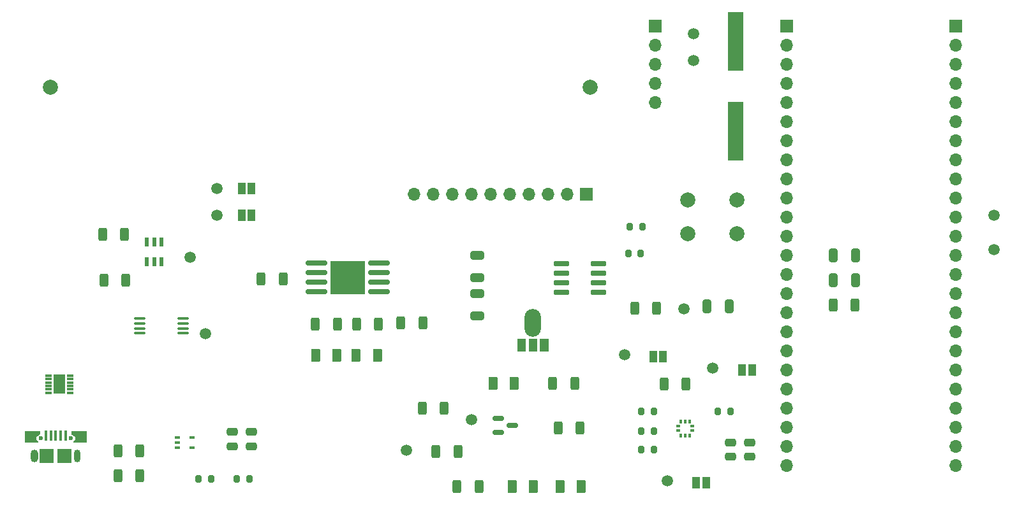
<source format=gts>
%TF.GenerationSoftware,KiCad,Pcbnew,(7.0.0)*%
%TF.CreationDate,2023-04-04T02:03:31+02:00*%
%TF.ProjectId,main_v0.6,6d61696e-5f76-4302-9e36-2e6b69636164,rev?*%
%TF.SameCoordinates,Original*%
%TF.FileFunction,Soldermask,Top*%
%TF.FilePolarity,Negative*%
%FSLAX46Y46*%
G04 Gerber Fmt 4.6, Leading zero omitted, Abs format (unit mm)*
G04 Created by KiCad (PCBNEW (7.0.0)) date 2023-04-04 02:03:31*
%MOMM*%
%LPD*%
G01*
G04 APERTURE LIST*
G04 Aperture macros list*
%AMRoundRect*
0 Rectangle with rounded corners*
0 $1 Rounding radius*
0 $2 $3 $4 $5 $6 $7 $8 $9 X,Y pos of 4 corners*
0 Add a 4 corners polygon primitive as box body*
4,1,4,$2,$3,$4,$5,$6,$7,$8,$9,$2,$3,0*
0 Add four circle primitives for the rounded corners*
1,1,$1+$1,$2,$3*
1,1,$1+$1,$4,$5*
1,1,$1+$1,$6,$7*
1,1,$1+$1,$8,$9*
0 Add four rect primitives between the rounded corners*
20,1,$1+$1,$2,$3,$4,$5,0*
20,1,$1+$1,$4,$5,$6,$7,0*
20,1,$1+$1,$6,$7,$8,$9,0*
20,1,$1+$1,$8,$9,$2,$3,0*%
%AMFreePoly0*
4,1,9,1.050000,0.350000,0.550000,0.000000,0.550000,-0.400000,0.800000,-0.650000,0.800000,-0.800000,-1.050000,-0.800000,-1.050000,0.800000,1.050000,0.800000,1.050000,0.350000,1.050000,0.350000,$1*%
%AMFreePoly1*
4,1,9,1.050000,-0.800000,-0.800000,-0.800000,-0.800000,-0.650000,-0.550000,-0.400000,-0.550000,0.000000,-1.050000,0.350000,-1.050000,0.800000,1.050000,0.800000,1.050000,-0.800000,1.050000,-0.800000,$1*%
G04 Aperture macros list end*
%ADD10C,0.010000*%
%ADD11RoundRect,0.250000X-0.312500X-0.625000X0.312500X-0.625000X0.312500X0.625000X-0.312500X0.625000X0*%
%ADD12RoundRect,0.007500X-0.412500X-0.117500X0.412500X-0.117500X0.412500X0.117500X-0.412500X0.117500X0*%
%ADD13R,1.600000X2.500000*%
%ADD14R,0.650000X0.400000*%
%ADD15RoundRect,0.200000X-0.200000X-0.275000X0.200000X-0.275000X0.200000X0.275000X-0.200000X0.275000X0*%
%ADD16R,1.700000X1.700000*%
%ADD17O,1.700000X1.700000*%
%ADD18RoundRect,0.250000X-0.325000X-0.650000X0.325000X-0.650000X0.325000X0.650000X-0.325000X0.650000X0*%
%ADD19C,1.500000*%
%ADD20RoundRect,0.250000X-0.375000X-0.625000X0.375000X-0.625000X0.375000X0.625000X-0.375000X0.625000X0*%
%ADD21R,0.550000X1.200000*%
%ADD22R,2.000000X7.875000*%
%ADD23R,1.000000X1.500000*%
%ADD24RoundRect,0.100000X-0.637500X-0.100000X0.637500X-0.100000X0.637500X0.100000X-0.637500X0.100000X0*%
%ADD25RoundRect,0.175000X-1.250000X-0.175000X1.250000X-0.175000X1.250000X0.175000X-1.250000X0.175000X0*%
%ADD26R,4.570000X4.450000*%
%ADD27RoundRect,0.250000X0.475000X-0.250000X0.475000X0.250000X-0.475000X0.250000X-0.475000X-0.250000X0*%
%ADD28RoundRect,0.250000X0.650000X-0.325000X0.650000X0.325000X-0.650000X0.325000X-0.650000X-0.325000X0*%
%ADD29O,2.200000X3.700000*%
%ADD30RoundRect,0.042000X-0.943000X-0.258000X0.943000X-0.258000X0.943000X0.258000X-0.943000X0.258000X0*%
%ADD31C,2.000000*%
%ADD32RoundRect,0.100000X-0.175000X-0.100000X0.175000X-0.100000X0.175000X0.100000X-0.175000X0.100000X0*%
%ADD33RoundRect,0.100000X-0.100000X-0.175000X0.100000X-0.175000X0.100000X0.175000X-0.100000X0.175000X0*%
%ADD34RoundRect,0.150000X-0.587500X-0.150000X0.587500X-0.150000X0.587500X0.150000X-0.587500X0.150000X0*%
%ADD35C,0.600000*%
%ADD36R,0.400000X1.350000*%
%ADD37FreePoly0,0.000000*%
%ADD38O,1.000000X1.700000*%
%ADD39R,1.900000X1.900000*%
%ADD40O,0.850000X1.700000*%
%ADD41FreePoly1,0.000000*%
G04 APERTURE END LIST*
%TO.C,U3*%
G36*
X138471000Y-83805330D02*
G01*
X137417840Y-83805330D01*
X137417840Y-82226000D01*
X138471000Y-82226000D01*
X138471000Y-83805330D01*
G37*
D10*
X138471000Y-83805330D02*
X137417840Y-83805330D01*
X137417840Y-82226000D01*
X138471000Y-82226000D01*
X138471000Y-83805330D01*
G36*
X139971000Y-83802420D02*
G01*
X138920732Y-83802420D01*
X138920732Y-82226000D01*
X139971000Y-82226000D01*
X139971000Y-83802420D01*
G37*
X139971000Y-83802420D02*
X138920732Y-83802420D01*
X138920732Y-82226000D01*
X139971000Y-82226000D01*
X139971000Y-83802420D01*
G36*
X141471000Y-83806080D02*
G01*
X140422784Y-83806080D01*
X140422784Y-82226000D01*
X141471000Y-82226000D01*
X141471000Y-83806080D01*
G37*
X141471000Y-83806080D02*
X140422784Y-83806080D01*
X140422784Y-82226000D01*
X141471000Y-82226000D01*
X141471000Y-83806080D01*
%TD*%
D11*
%TO.C,R17*%
X142810500Y-94051000D03*
X145735500Y-94051000D03*
%TD*%
D12*
%TO.C,U5*%
X75221000Y-87141000D03*
X75221000Y-87591000D03*
X75221000Y-88041000D03*
X75221000Y-88491000D03*
X75221000Y-88941000D03*
X75221000Y-89391000D03*
X78091000Y-89391000D03*
X78091000Y-88941000D03*
X78091000Y-88491000D03*
X78091000Y-88041000D03*
X78091000Y-87591000D03*
X78091000Y-87141000D03*
D13*
X76655999Y-88265999D03*
%TD*%
D11*
%TO.C,R22*%
X179316500Y-77790000D03*
X182241500Y-77790000D03*
%TD*%
D14*
%TO.C,U1*%
X92333999Y-95381999D03*
X92333999Y-96031999D03*
X92333999Y-96681999D03*
X94233999Y-96681999D03*
X94233999Y-95381999D03*
%TD*%
D15*
%TO.C,R1*%
X95124000Y-100874500D03*
X96774000Y-100874500D03*
%TD*%
D16*
%TO.C,J1*%
X173149999Y-40639999D03*
D17*
X173149999Y-43179999D03*
X173149999Y-45719999D03*
X173149999Y-48259999D03*
X173149999Y-50799999D03*
X173149999Y-53339999D03*
X173149999Y-55879999D03*
X173149999Y-58419999D03*
X173149999Y-60959999D03*
X173149999Y-63499999D03*
X173149999Y-66039999D03*
X173149999Y-68579999D03*
X173149999Y-71119999D03*
X173149999Y-73659999D03*
X173149999Y-76199999D03*
X173149999Y-78739999D03*
X173149999Y-81279999D03*
X173149999Y-83819999D03*
X173149999Y-86359999D03*
X173149999Y-88899999D03*
X173149999Y-91439999D03*
X173149999Y-93979999D03*
X173149999Y-96519999D03*
X173149999Y-99059999D03*
%TD*%
D15*
%TO.C,R7*%
X153869000Y-91903000D03*
X155519000Y-91903000D03*
%TD*%
D18*
%TO.C,C7*%
X162615000Y-77922000D03*
X165565000Y-77922000D03*
%TD*%
D19*
%TO.C,TP14*%
X160782000Y-45212000D03*
%TD*%
%TO.C,TP10*%
X131318000Y-92964000D03*
%TD*%
D11*
%TO.C,R15*%
X124775500Y-91440000D03*
X127700500Y-91440000D03*
%TD*%
D19*
%TO.C,TP3*%
X157340000Y-101098000D03*
%TD*%
D15*
%TO.C,R18*%
X152146000Y-70866000D03*
X153796000Y-70866000D03*
%TD*%
D11*
%TO.C,R24*%
X84388000Y-97169000D03*
X87313000Y-97169000D03*
%TD*%
D19*
%TO.C,TP11*%
X200660000Y-70358000D03*
%TD*%
D20*
%TO.C,D2*%
X110707000Y-84455000D03*
X113507000Y-84455000D03*
%TD*%
D21*
%TO.C,IC1*%
X88269999Y-71982999D03*
X89219999Y-71982999D03*
X90169999Y-71982999D03*
X90169999Y-69382999D03*
X89219999Y-69382999D03*
X88269999Y-69382999D03*
%TD*%
D22*
%TO.C,Y1*%
X166369999Y-42734999D03*
X166369999Y-54609999D03*
%TD*%
D11*
%TO.C,R16*%
X142084000Y-88143000D03*
X145009000Y-88143000D03*
%TD*%
D23*
%TO.C,JP1*%
X100837999Y-62229999D03*
X102137999Y-62229999D03*
%TD*%
D16*
%TO.C,J4*%
X155701999Y-40639999D03*
D17*
X155701999Y-43179999D03*
X155701999Y-45719999D03*
X155701999Y-48259999D03*
X155701999Y-50799999D03*
%TD*%
D11*
%TO.C,R2*%
X156875500Y-88220000D03*
X159800500Y-88220000D03*
%TD*%
D24*
%TO.C,Q1*%
X87307500Y-79543000D03*
X87307500Y-80193000D03*
X87307500Y-80843000D03*
X87307500Y-81493000D03*
X93032500Y-81493000D03*
X93032500Y-80843000D03*
X93032500Y-80193000D03*
X93032500Y-79543000D03*
%TD*%
D25*
%TO.C,U4*%
X110782000Y-72169000D03*
X110782000Y-73439000D03*
X110782000Y-74709000D03*
X110782000Y-75979000D03*
X119082000Y-75979000D03*
X119082000Y-74709000D03*
X119082000Y-73439000D03*
X119082000Y-72169000D03*
D26*
X114931999Y-74073999D03*
%TD*%
D20*
%TO.C,D3*%
X134204000Y-88143000D03*
X137004000Y-88143000D03*
%TD*%
D11*
%TO.C,R11*%
X103408500Y-74295000D03*
X106333500Y-74295000D03*
%TD*%
D27*
%TO.C,C3*%
X165679000Y-97933000D03*
X165679000Y-96033000D03*
%TD*%
D28*
%TO.C,C5*%
X132080000Y-79150000D03*
X132080000Y-76200000D03*
%TD*%
D27*
%TO.C,C1*%
X99568000Y-96520000D03*
X99568000Y-94620000D03*
%TD*%
D16*
%TO.C,J3*%
X146557999Y-62991999D03*
D17*
X144017999Y-62991999D03*
X141477999Y-62991999D03*
X138937999Y-62991999D03*
X136397999Y-62991999D03*
X133857999Y-62991999D03*
X131317999Y-62991999D03*
X128777999Y-62991999D03*
X126237999Y-62991999D03*
X123697999Y-62991999D03*
%TD*%
D23*
%TO.C,JP5*%
X161147999Y-101345999D03*
X162447999Y-101345999D03*
%TD*%
D15*
%TO.C,R5*%
X153869000Y-96983000D03*
X155519000Y-96983000D03*
%TD*%
D19*
%TO.C,TP4*%
X97538000Y-62230000D03*
%TD*%
%TO.C,TP6*%
X159512000Y-78232000D03*
%TD*%
D15*
%TO.C,R4*%
X153869000Y-94473000D03*
X155519000Y-94473000D03*
%TD*%
D29*
%TO.C,U3*%
X139445999Y-80085999D03*
%TD*%
D18*
%TO.C,C9*%
X179324000Y-74470000D03*
X182274000Y-74470000D03*
%TD*%
D20*
%TO.C,D1*%
X136777000Y-101859000D03*
X139577000Y-101859000D03*
%TD*%
D15*
%TO.C,R3*%
X100204000Y-100874500D03*
X101854000Y-100874500D03*
%TD*%
D23*
%TO.C,JP4*%
X155447999Y-84581999D03*
X156747999Y-84581999D03*
%TD*%
D11*
%TO.C,R10*%
X82357500Y-68367000D03*
X85282500Y-68367000D03*
%TD*%
D19*
%TO.C,TP13*%
X160782000Y-41662000D03*
%TD*%
D16*
%TO.C,J2*%
X195579999Y-40639999D03*
D17*
X195579999Y-43179999D03*
X195579999Y-45719999D03*
X195579999Y-48259999D03*
X195579999Y-50799999D03*
X195579999Y-53339999D03*
X195579999Y-55879999D03*
X195579999Y-58419999D03*
X195579999Y-60959999D03*
X195579999Y-63499999D03*
X195579999Y-66039999D03*
X195579999Y-68579999D03*
X195579999Y-71119999D03*
X195579999Y-73659999D03*
X195579999Y-76199999D03*
X195579999Y-78739999D03*
X195579999Y-81279999D03*
X195579999Y-83819999D03*
X195579999Y-86359999D03*
X195579999Y-88899999D03*
X195579999Y-91439999D03*
X195579999Y-93979999D03*
X195579999Y-96519999D03*
X195579999Y-99059999D03*
%TD*%
D11*
%TO.C,R13*%
X116072000Y-80264000D03*
X118997000Y-80264000D03*
%TD*%
D18*
%TO.C,C8*%
X179324000Y-71120000D03*
X182274000Y-71120000D03*
%TD*%
D11*
%TO.C,R14*%
X126590000Y-97221000D03*
X129515000Y-97221000D03*
%TD*%
D30*
%TO.C,U6*%
X143268000Y-72263000D03*
X143268000Y-73533000D03*
X143268000Y-74803000D03*
X143268000Y-76073000D03*
X148218000Y-76073000D03*
X148218000Y-74803000D03*
X148218000Y-73533000D03*
X148218000Y-72263000D03*
%TD*%
D31*
%TO.C,SW1*%
X160072000Y-63790000D03*
X166572000Y-63790000D03*
X160072000Y-68290000D03*
X166572000Y-68290000D03*
%TD*%
D19*
%TO.C,TP8*%
X93980000Y-71415000D03*
%TD*%
D11*
%TO.C,R21*%
X121950500Y-80137000D03*
X124875500Y-80137000D03*
%TD*%
D19*
%TO.C,TP9*%
X122682000Y-97028000D03*
%TD*%
D11*
%TO.C,R25*%
X84388000Y-100459000D03*
X87313000Y-100459000D03*
%TD*%
D15*
%TO.C,R6*%
X164029000Y-91903000D03*
X165679000Y-91903000D03*
%TD*%
D27*
%TO.C,C4*%
X168219000Y-97933000D03*
X168219000Y-96033000D03*
%TD*%
D11*
%TO.C,R9*%
X82550000Y-74463000D03*
X85475000Y-74463000D03*
%TD*%
D23*
%TO.C,JP3*%
X167243999Y-86359999D03*
X168543999Y-86359999D03*
%TD*%
D20*
%TO.C,D5*%
X143127000Y-101859000D03*
X145927000Y-101859000D03*
%TD*%
D11*
%TO.C,R8*%
X129409000Y-101854000D03*
X132334000Y-101854000D03*
%TD*%
D15*
%TO.C,R19*%
X152337000Y-67310000D03*
X153987000Y-67310000D03*
%TD*%
D32*
%TO.C,U2*%
X158749000Y-93843000D03*
X158749000Y-94443000D03*
D33*
X159074000Y-95068000D03*
X159674000Y-95068000D03*
X160274000Y-95068000D03*
D32*
X160599000Y-94443000D03*
X160599000Y-93843000D03*
D33*
X160274000Y-93218000D03*
X159674000Y-93218000D03*
X159074000Y-93218000D03*
%TD*%
D19*
%TO.C,TP7*%
X96012000Y-81575000D03*
%TD*%
D20*
%TO.C,D4*%
X116047000Y-84455000D03*
X118847000Y-84455000D03*
%TD*%
D34*
%TO.C,Q3*%
X134875000Y-92781000D03*
X134875000Y-94681000D03*
X136750000Y-93731000D03*
%TD*%
D11*
%TO.C,R20*%
X152975500Y-78176000D03*
X155900500Y-78176000D03*
%TD*%
D19*
%TO.C,TP5*%
X97538000Y-65780000D03*
%TD*%
%TO.C,TP1*%
X163322000Y-86106000D03*
%TD*%
D31*
%TO.C,BT1*%
X147066000Y-48768000D03*
X75466000Y-48768000D03*
%TD*%
D28*
%TO.C,C6*%
X132080000Y-74070000D03*
X132080000Y-71120000D03*
%TD*%
D19*
%TO.C,TP2*%
X151640000Y-84334000D03*
%TD*%
%TO.C,TP12*%
X200660000Y-65786000D03*
%TD*%
D23*
%TO.C,JP2*%
X100837999Y-65779999D03*
X102137999Y-65779999D03*
%TD*%
D11*
%TO.C,R12*%
X110607000Y-80264000D03*
X113532000Y-80264000D03*
%TD*%
D35*
%TO.C,J5*%
X74148000Y-95450000D03*
X78148000Y-95450000D03*
D36*
X74847999Y-95124999D03*
X75497999Y-95124999D03*
X76147999Y-95124999D03*
X76797999Y-95124999D03*
X77447999Y-95124999D03*
D37*
X73048000Y-95250000D03*
D38*
X73322999Y-97799999D03*
D39*
X74947999Y-97799999D03*
X77347999Y-97799999D03*
D40*
X78972999Y-97799999D03*
D41*
X79248000Y-95250000D03*
%TD*%
D27*
%TO.C,C2*%
X102108000Y-96520000D03*
X102108000Y-94620000D03*
%TD*%
M02*

</source>
